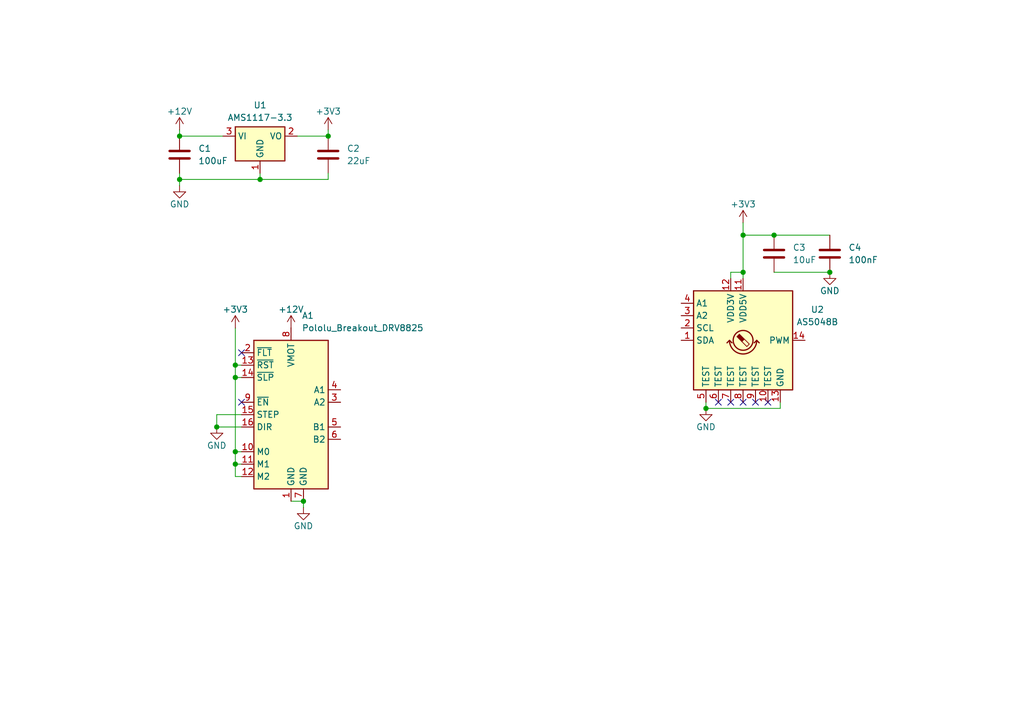
<source format=kicad_sch>
(kicad_sch (version 20231120) (generator "eeschema") (generator_version "8.0")
  (paper "A5")
  (lib_symbols
    (symbol "Device:C" (pin_numbers hide) (pin_names (offset 0.254))
      (property "Reference" "C" (at 0.635 2.54 0))
      (property "Value" "C" (at 0.635 -2.54 0))
      (symbol "C_0_1"
        (polyline (pts (xy -2.032 -0.762) (xy 2.032 -0.762)) (stroke (width 0.508)))
        (polyline (pts (xy -2.032 0.762) (xy 2.032 0.762)) (stroke (width 0.508)))
      )
      (symbol "C_1_1"
        (pin passive line (at 0 3.81 270) (length 2.794) (name "~") (number "1"))
        (pin passive line (at 0 -3.81 90) (length 2.794) (name "~") (number "2"))
      )
    )
    (symbol "Driver_Motor:Pololu_Breakout_DRV8825"
      (property "Reference" "A" (at -2.54 16.51 0))
      (property "Value" "Pololu_Breakout_DRV8825" (at -2.54 13.97 0))
      (symbol "Pololu_Breakout_DRV8825_0_1"
        (rectangle (start 7.62 -17.78) (end -7.62 12.7) (stroke (width 0.254)) (fill (type background)))
      )
      (symbol "Pololu_Breakout_DRV8825_1_1"
        (pin power_in line (at 0 -20.32 90) (length 2.54) (name "GND") (number "1"))
        (pin input line (at -10.16 -10.16 0) (length 2.54) (name "M0") (number "10"))
        (pin input line (at -10.16 -12.7 0) (length 2.54) (name "M1") (number "11"))
        (pin input line (at -10.16 -15.24 0) (length 2.54) (name "M2") (number "12"))
        (pin input line (at -10.16 7.62 0) (length 2.54) (name "~{RST}") (number "13"))
        (pin input line (at -10.16 5.08 0) (length 2.54) (name "~{SLP}") (number "14"))
        (pin input line (at -10.16 -2.54 0) (length 2.54) (name "STEP") (number "15"))
        (pin input line (at -10.16 -5.08 0) (length 2.54) (name "DIR") (number "16"))
        (pin output line (at -10.16 10.16 0) (length 2.54) (name "~{FLT}") (number "2"))
        (pin output line (at 10.16 0 180) (length 2.54) (name "A2") (number "3"))
        (pin output line (at 10.16 2.54 180) (length 2.54) (name "A1") (number "4"))
        (pin output line (at 10.16 -5.08 180) (length 2.54) (name "B1") (number "5"))
        (pin output line (at 10.16 -7.62 180) (length 2.54) (name "B2") (number "6"))
        (pin power_in line (at 2.54 -20.32 90) (length 2.54) (name "GND") (number "7"))
        (pin power_in line (at 0 15.24 270) (length 2.54) (name "VMOT") (number "8"))
        (pin input line (at -10.16 0 0) (length 2.54) (name "~{EN}") (number "9"))
      )
    )
    (symbol "Regulator_Linear:AMS1117-3.3"
      (property "Reference" "U" (at -3.81 3.175 0))
      (property "Value" "AMS1117-3.3" (at 0 3.175 0))
      (symbol "AMS1117-3.3_0_1"
        (rectangle (start -5.08 -5.08) (end 5.08 1.905) (stroke (width 0.254)) (fill (type background)))
      )
      (symbol "AMS1117-3.3_1_1"
        (pin power_in line (at 0 -7.62 90) (length 2.54) (name "GND") (number "1"))
        (pin power_out line (at 7.62 0 180) (length 2.54) (name "VO") (number "2"))
        (pin power_in line (at -7.62 0 0) (length 2.54) (name "VI") (number "3"))
      )
    )
    (symbol "Sensor_Magnetic:AS5048B"
      (property "Reference" "U" (at -10.16 11.43 0))
      (property "Value" "AS5048B" (at 10.16 11.43 0))
      (symbol "AS5048B_0_1"
        (rectangle (start -10.16 10.16) (end 10.16 -10.16) (stroke (width 0.254)) (fill (type background)))
        (arc (start -2.794 0) (mid 0 -2.7819) (end 2.794 0) (stroke (width 0.254)))
        (polyline (pts (xy -2.794 0) (xy -3.302 -0.508)) (stroke (width 0.254)))
        (polyline (pts (xy -2.794 0) (xy -2.286 -0.508)) (stroke (width 0.254)))
        (polyline (pts (xy 2.794 0) (xy 2.286 -0.508)) (stroke (width 0.254)))
        (polyline (pts (xy 2.794 0) (xy 3.302 -0.508)) (stroke (width 0.254)))
      )
      (symbol "AS5048B_1_1"
        (polyline (pts (xy 0.254 0.254) (xy 1.27 -0.762) (xy 0.762 -1.27) (xy -0.254 -0.254)))
        (polyline (pts (xy -0.762 1.27) (xy 0.254 0.254) (xy -0.254 -0.254) (xy -1.27 0.762) (xy -1.016 1.016) (xy -0.762 1.27) (xy -0.635 1.143)) (fill (type outline)))
        (circle (center 0 0) (radius 2.032) (stroke (width 0.254)))
        (pin bidirectional line (at -12.7 0 0) (length 2.54) (name "SDA") (number "1"))
        (pin passive line (at 5.08 -12.7 90) (length 2.54) (name "TEST") (number "10"))
        (pin power_in line (at 0 12.7 270) (length 2.54) (name "VDD5V") (number "11"))
        (pin power_in line (at -2.54 12.7 270) (length 2.54) (name "VDD3V") (number "12"))
        (pin power_in line (at 7.62 -12.7 90) (length 2.54) (name "GND") (number "13"))
        (pin output line (at 12.7 0 180) (length 2.54) (name "PWM") (number "14"))
        (pin input line (at -12.7 2.54 0) (length 2.54) (name "SCL") (number "2"))
        (pin input line (at -12.7 5.08 0) (length 2.54) (name "A2") (number "3"))
        (pin input line (at -12.7 7.62 0) (length 2.54) (name "A1") (number "4"))
        (pin passive line (at -7.62 -12.7 90) (length 2.54) (name "TEST") (number "5"))
        (pin passive line (at -5.08 -12.7 90) (length 2.54) (name "TEST") (number "6"))
        (pin passive line (at -2.54 -12.7 90) (length 2.54) (name "TEST") (number "7"))
        (pin passive line (at 0 -12.7 90) (length 2.54) (name "TEST") (number "8"))
        (pin passive line (at 2.54 -12.7 90) (length 2.54) (name "TEST") (number "9"))
      )
    )
    (symbol "power:+12V" (power) (pin_numbers hide) (pin_names (offset 0) hide)
      (property "Value" "+12V" (at 0 3.556 0))
      (symbol "+12V_0_1"
        (polyline (pts (xy -0.762 1.27) (xy 0 2.54)))
        (polyline (pts (xy 0 0) (xy 0 2.54)))
        (polyline (pts (xy 0 2.54) (xy 0.762 1.27)))
      )
      (symbol "+12V_1_1"
        (pin power_in line (at 0 0 90) (length 0) (name "~") (number "1"))
      )
    )
    (symbol "power:+3V3" (power) (pin_numbers hide) (pin_names (offset 0) hide)
      (property "Value" "+3V3" (at 0 3.556 0))
      (symbol "+3V3_0_1"
        (polyline (pts (xy -0.762 1.27) (xy 0 2.54)))
        (polyline (pts (xy 0 0) (xy 0 2.54)))
        (polyline (pts (xy 0 2.54) (xy 0.762 1.27)))
      )
      (symbol "+3V3_1_1"
        (pin power_in line (at 0 0 90) (length 0) (name "~") (number "1"))
      )
    )
    (symbol "power:GND" (power) (pin_numbers hide) (pin_names (offset 0) hide)
      (property "Value" "GND" (at 0 -3.81 0))
      (symbol "GND_0_1"
        (polyline (pts (xy 0 0) (xy 0 -1.27) (xy 1.27 -1.27) (xy 0 -2.54) (xy -1.27 -1.27) (xy 0 -1.27)))
      )
      (symbol "GND_1_1"
        (pin power_in line (at 0 0 270) (length 0) (name "~") (number "1"))
      )
    )
  )
  (junction (at 152.4 55.88))
  (junction (at 144.78 83.82))
  (junction (at 44.45 87.63))
  (junction (at 158.75 48.26))
  (junction (at 48.26 95.25))
  (junction (at 36.83 36.83))
  (junction (at 62.23 102.87))
  (junction (at 67.31 27.94))
  (junction (at 48.26 77.47))
  (junction (at 53.34 36.83))
  (junction (at 152.4 48.26))
  (junction (at 48.26 92.71))
  (junction (at 48.26 74.93))
  (junction (at 36.83 27.94))
  (junction (at 170.18 55.88))
  (no_connect (at 49.53 72.39))
  (no_connect (at 154.94 82.55))
  (no_connect (at 49.53 82.55))
  (no_connect (at 157.48 82.55))
  (no_connect (at 147.32 82.55))
  (no_connect (at 149.86 82.55))
  (no_connect (at 152.4 82.55))
  (wire (pts (xy 67.31 26.67) (xy 67.31 27.94)))
  (wire (pts (xy 48.26 95.25) (xy 49.53 95.25)))
  (wire (pts (xy 36.83 27.94) (xy 45.72 27.94)))
  (wire (pts (xy 36.83 38.1) (xy 36.83 36.83)))
  (wire (pts (xy 158.75 55.88) (xy 170.18 55.88)))
  (wire (pts (xy 48.26 95.25) (xy 48.26 97.79)))
  (wire (pts (xy 36.83 36.83) (xy 36.83 35.56)))
  (wire (pts (xy 60.96 27.94) (xy 67.31 27.94)))
  (wire (pts (xy 48.26 77.47) (xy 48.26 92.71)))
  (wire (pts (xy 36.83 26.67) (xy 36.83 27.94)))
  (wire (pts (xy 48.26 74.93) (xy 49.53 74.93)))
  (wire (pts (xy 36.83 36.83) (xy 53.34 36.83)))
  (wire (pts (xy 48.26 77.47) (xy 48.26 74.93)))
  (wire (pts (xy 152.4 48.26) (xy 152.4 55.88)))
  (wire (pts (xy 152.4 45.72) (xy 152.4 48.26)))
  (wire (pts (xy 160.02 82.55) (xy 160.02 83.82)))
  (wire (pts (xy 49.53 85.09) (xy 44.45 85.09)))
  (wire (pts (xy 144.78 83.82) (xy 160.02 83.82)))
  (wire (pts (xy 44.45 85.09) (xy 44.45 87.63)))
  (wire (pts (xy 158.75 48.26) (xy 170.18 48.26)))
  (wire (pts (xy 149.86 55.88) (xy 152.4 55.88)))
  (wire (pts (xy 49.53 77.47) (xy 48.26 77.47)))
  (wire (pts (xy 59.69 102.87) (xy 62.23 102.87)))
  (wire (pts (xy 48.26 92.71) (xy 49.53 92.71)))
  (wire (pts (xy 48.26 97.79) (xy 49.53 97.79)))
  (wire (pts (xy 44.45 87.63) (xy 49.53 87.63)))
  (wire (pts (xy 48.26 92.71) (xy 48.26 95.25)))
  (wire (pts (xy 144.78 82.55) (xy 144.78 83.82)))
  (wire (pts (xy 149.86 57.15) (xy 149.86 55.88)))
  (wire (pts (xy 48.26 67.31) (xy 48.26 74.93)))
  (wire (pts (xy 67.31 35.56) (xy 67.31 36.83)))
  (wire (pts (xy 152.4 48.26) (xy 158.75 48.26)))
  (wire (pts (xy 62.23 102.87) (xy 62.23 104.14)))
  (wire (pts (xy 53.34 36.83) (xy 67.31 36.83)))
  (wire (pts (xy 152.4 55.88) (xy 152.4 57.15)))
  (wire (pts (xy 53.34 35.56) (xy 53.34 36.83)))
  (symbol (lib_id "power:+12V") (at 59.69 67.31 0) (unit 1)
    (property "Reference" "#PWR04" (effects (hide yes)))
    (property "Value" "+12V" (at 59.69 63.5 0))
    (property "Description" "Power symbol creates a global label with name \"+12V\"" (effects (hide yes)))
  )
  (symbol (lib_id "power:GND") (at 44.45 87.63 0) (unit 1)
    (property "Reference" "#PWR03" (effects (hide yes)))
    (property "Value" "GND" (at 44.45 91.44 0))
    (property "Description" "Power symbol creates a global label with name \"GND\" , ground" (effects (hide yes)))
  )
  (symbol (lib_id "Device:C") (at 36.83 31.75 0) (unit 1)
    (property "Reference" "C1" (at 40.64 30.4799 0) (effects (justify left)))
    (property "Value" "100uF" (at 40.64 33.0199 0) (effects (justify left)))
    (property "Description" "Unpolarized capacitor" (effects (hide yes)))
  )
  (symbol (lib_id "power:GND") (at 36.83 38.1 0) (unit 1)
    (property "Reference" "#PWR06" (effects (hide yes)))
    (property "Value" "GND" (at 36.83 41.91 0))
    (property "Description" "Power symbol creates a global label with name \"GND\" , ground" (effects (hide yes)))
  )
  (symbol (lib_id "Driver_Motor:Pololu_Breakout_DRV8825") (at 59.69 82.55 0) (unit 1)
    (property "Reference" "A1" (at 61.8841 64.77 0) (effects (justify left)))
    (property "Value" "Pololu_Breakout_DRV8825" (at 61.8841 67.31 0) (effects (justify left)))
    (property "Footprint" "Module:Pololu_Breakout-16_15.2x20.3mm" (effects (hide yes)))
    (property "Datasheet" "https://www.pololu.com/product/2982" (effects (hide yes)))
    (property "Description" "Pololu Breakout Board, Stepper Driver DRV8825" (effects (hide yes)))
  )
  (symbol (lib_id "power:GND") (at 144.78 83.82 0) (unit 1)
    (property "Reference" "#PWR07" (effects (hide yes)))
    (property "Value" "GND" (at 144.78 87.63 0))
    (property "Description" "Power symbol creates a global label with name \"GND\" , ground" (effects (hide yes)))
  )
  (symbol (lib_id "Sensor_Magnetic:AS5048B") (at 152.4 69.85 0) (unit 1)
    (property "Reference" "U2" (at 167.64 63.5314 0))
    (property "Value" "AS5048B" (at 167.64 66.0714 0))
    (property "Footprint" "Package_SO:TSSOP-14_4.4x5mm_P0.65mm" (effects (hide yes)))
    (property "Datasheet" "https://ams.com/documents/20143/36005/AS5048_DS000298_4-00.pdf" (effects (hide yes)))
    (property "Description" "Magnetic position sensor, 14-bit, PWM output, I2C Interface, TSSOP-14" (effects (hide yes)))
  )
  (symbol (lib_id "power:GND") (at 62.23 104.14 0) (unit 1)
    (property "Reference" "#PWR01" (effects (hide yes)))
    (property "Value" "GND" (at 62.23 107.95 0))
    (property "Description" "Power symbol creates a global label with name \"GND\" , ground" (effects (hide yes)))
  )
  (symbol (lib_id "power:+3V3") (at 48.26 67.31 0) (unit 1)
    (property "Reference" "#PWR02" (effects (hide yes)))
    (property "Value" "+3V3" (at 48.26 63.5 0))
    (property "Description" "Power symbol creates a global label with name \"+3V3\"" (effects (hide yes)))
  )
  (symbol (lib_id "Device:C") (at 158.75 52.07 0) (unit 1)
    (property "Reference" "C3" (at 162.56 50.7999 0) (effects (justify left)))
    (property "Value" "10uF" (at 162.56 53.3399 0) (effects (justify left)))
    (property "Description" "Unpolarized capacitor" (effects (hide yes)))
  )
  (symbol (lib_id "Device:C") (at 170.18 52.07 0) (unit 1)
    (property "Reference" "C4" (at 173.99 50.7999 0) (effects (justify left)))
    (property "Value" "100nF" (at 173.99 53.3399 0) (effects (justify left)))
    (property "Description" "Unpolarized capacitor" (effects (hide yes)))
  )
  (symbol (lib_id "Regulator_Linear:AMS1117-3.3") (at 53.34 27.94 0) (unit 1)
    (property "Reference" "U1" (at 53.34 21.59 0))
    (property "Value" "AMS1117-3.3" (at 53.34 24.13 0))
    (property "Footprint" "Package_TO_SOT_SMD:SOT-223-3_TabPin2" (effects (hide yes)))
    (property "Datasheet" "http://www.advanced-monolithic.com/pdf/ds1117.pdf" (effects (hide yes)))
    (property "Description" "1A Low Dropout regulator, positive, 3.3V fixed output, SOT-223" (effects (hide yes)))
  )
  (symbol (lib_id "power:+12V") (at 36.83 26.67 0) (unit 1)
    (property "Reference" "#PWR05" (effects (hide yes)))
    (property "Value" "+12V" (at 36.83 22.86 0))
    (property "Description" "Power symbol creates a global label with name \"+12V\"" (effects (hide yes)))
  )
  (symbol (lib_id "power:+3V3") (at 67.31 26.67 0) (unit 1)
    (property "Reference" "#PWR08" (effects (hide yes)))
    (property "Value" "+3V3" (at 67.31 22.86 0))
    (property "Description" "Power symbol creates a global label with name \"+3V3\"" (effects (hide yes)))
  )
  (symbol (lib_id "power:+3V3") (at 152.4 45.72 0) (unit 1)
    (property "Reference" "#PWR09" (effects (hide yes)))
    (property "Value" "+3V3" (at 152.4 41.91 0))
    (property "Description" "Power symbol creates a global label with name \"+3V3\"" (effects (hide yes)))
  )
  (symbol (lib_id "Device:C") (at 67.31 31.75 0) (unit 1)
    (property "Reference" "C2" (at 71.12 30.4799 0) (effects (justify left)))
    (property "Value" "22uF" (at 71.12 33.0199 0) (effects (justify left)))
    (property "Description" "Unpolarized capacitor" (effects (hide yes)))
  )
  (symbol (lib_id "power:GND") (at 170.18 55.88 0) (unit 1)
    (property "Reference" "#PWR010" (effects (hide yes)))
    (property "Value" "GND" (at 170.18 59.69 0))
    (property "Description" "Power symbol creates a global label with name \"GND\" , ground" (effects (hide yes)))
  )
)
</source>
